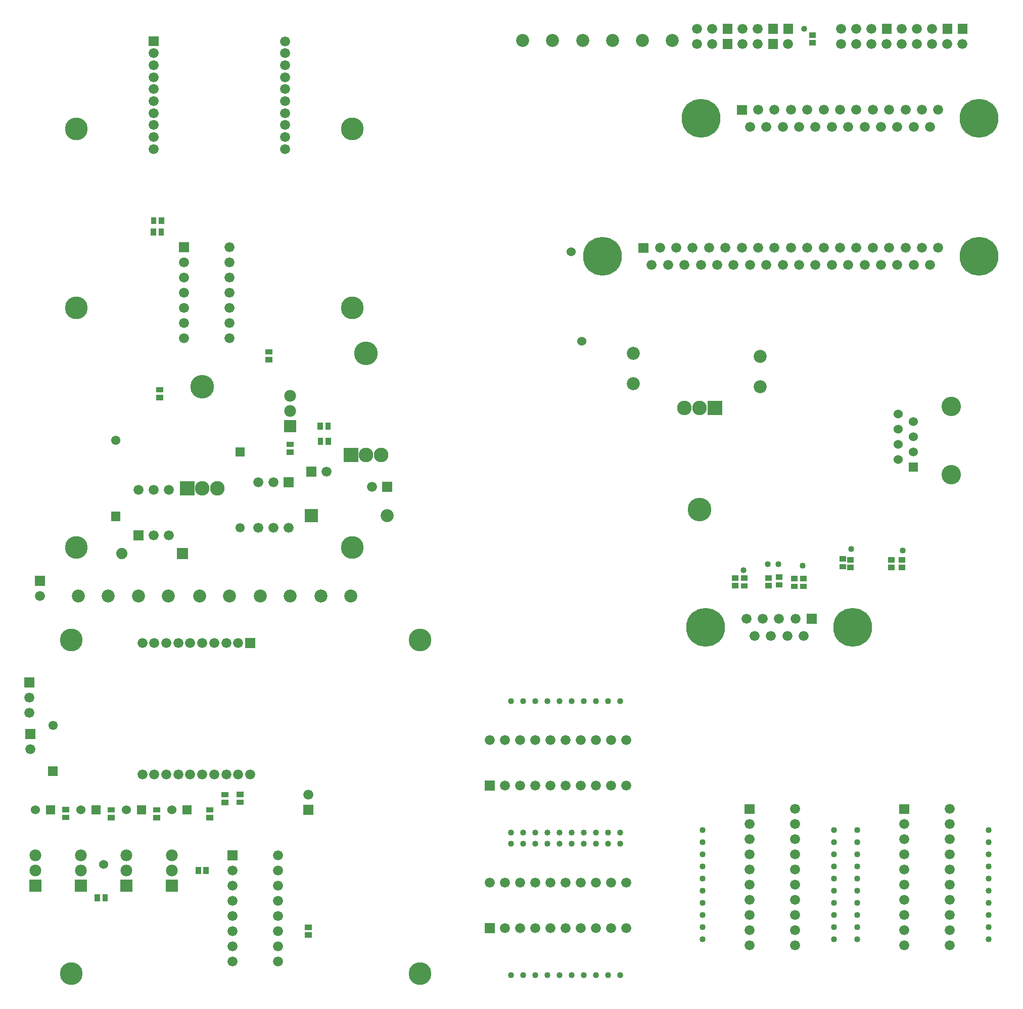
<source format=gbr>
G04 start of page 6 for group -4063 idx -4063 *
G04 Title: combined, componentmask *
G04 Creator: pcb 20110918 *
G04 CreationDate: Tue 12 Jun 2012 05:40:10 PM GMT UTC *
G04 For: ed *
G04 Format: Gerber/RS-274X *
G04 PCB-Dimensions: 650000 650000 *
G04 PCB-Coordinate-Origin: lower left *
%MOIN*%
%FSLAX25Y25*%
%LNTOPMASK*%
%ADD98R,0.0355X0.0355*%
%ADD97C,0.0400*%
%ADD96C,0.1500*%
%ADD95C,0.0780*%
%ADD94C,0.0740*%
%ADD93C,0.0610*%
%ADD92C,0.0960*%
%ADD91C,0.1560*%
%ADD90C,0.1280*%
%ADD89C,0.0600*%
%ADD88C,0.0860*%
%ADD87C,0.0001*%
%ADD86C,0.2560*%
%ADD85C,0.0660*%
G54D85*X544630Y578500D03*
X555430D03*
X566230D03*
X577030D03*
X587830D03*
X598630D03*
X609430D03*
G54D86*X636430Y572900D03*
G54D85*X539230Y567300D03*
X550030D03*
X560830D03*
X571630D03*
X582430D03*
X593230D03*
X604030D03*
G54D87*G36*
X572130Y635200D02*Y628600D01*
X578730D01*
Y635200D01*
X572130D01*
G37*
G54D85*X575430Y621900D03*
X585430Y631900D03*
Y621900D03*
X565430Y631900D03*
Y621900D03*
X555430Y631900D03*
Y621900D03*
G54D87*G36*
X612130Y635200D02*Y628600D01*
X618730D01*
Y635200D01*
X612130D01*
G37*
G54D85*X605430Y631900D03*
X595430D03*
Y621900D03*
X605430D03*
X615430D03*
X625430D03*
G54D87*G36*
X622130Y635200D02*Y628600D01*
X628730D01*
Y635200D01*
X622130D01*
G37*
G54D85*X545430Y631900D03*
Y621900D03*
G54D87*G36*
X497130Y635200D02*Y628600D01*
X503730D01*
Y635200D01*
X497130D01*
G37*
G36*
X507130D02*Y628600D01*
X513730D01*
Y635200D01*
X507130D01*
G37*
G54D85*X510430Y621900D03*
G54D87*G36*
X497130Y625200D02*Y618600D01*
X503730D01*
Y625200D01*
X497130D01*
G37*
G54D85*X490430Y631900D03*
X480430D03*
X490430Y621900D03*
X480430D03*
G54D87*G36*
X467130Y625200D02*Y618600D01*
X473730D01*
Y625200D01*
X467130D01*
G37*
G36*
Y635200D02*Y628600D01*
X473730D01*
Y635200D01*
X467130D01*
G37*
G54D85*X460430Y621900D03*
X450430D03*
X460430Y631900D03*
X450430D03*
G54D88*X394485Y624400D03*
X374800D03*
X355115D03*
X335430D03*
X433856D03*
X414171D03*
G54D85*X512230Y578500D03*
X523030D03*
X533830D03*
G54D87*G36*
X476530Y581800D02*Y575200D01*
X483130D01*
Y581800D01*
X476530D01*
G37*
G54D85*X490630Y578500D03*
X501430D03*
X485230Y567300D03*
X496030D03*
X506830D03*
X517630D03*
X528430D03*
G54D86*X452830Y572900D03*
G54D85*X479830Y487500D03*
X490630D03*
X501430D03*
X512230D03*
X523030D03*
X533830D03*
X544630D03*
X555430D03*
X566230D03*
X577030D03*
G54D87*G36*
X411730Y490800D02*Y484200D01*
X418330D01*
Y490800D01*
X411730D01*
G37*
G54D85*X425830Y487500D03*
X436630D03*
X447430D03*
X458230D03*
X469030D03*
X420430Y476300D03*
X431230D03*
X442030D03*
X452830D03*
X463630D03*
X474430D03*
G54D86*X388030Y481900D03*
G54D85*X485230Y476300D03*
X496030D03*
X506830D03*
X517630D03*
X528430D03*
X539230D03*
X550030D03*
X560830D03*
X571630D03*
X582430D03*
X593230D03*
X604030D03*
G54D86*X636430Y481900D03*
G54D85*X587830Y487500D03*
X598630D03*
X609430D03*
G54D89*X583000Y378000D03*
X593000Y373000D03*
X583000Y358000D03*
X593000Y353000D03*
Y363000D03*
X583000Y368000D03*
G54D87*G36*
X590000Y346000D02*Y340000D01*
X596000D01*
Y346000D01*
X590000D01*
G37*
G54D89*X583000Y348000D03*
G54D90*X618000Y338000D03*
Y383000D03*
G54D87*G36*
X522730Y246300D02*Y239700D01*
X529330D01*
Y246300D01*
X522730D01*
G37*
G54D85*X515230Y243000D03*
X520630Y231800D03*
X509830D03*
X504430Y243000D03*
X493630D03*
X482830D03*
X499030Y231800D03*
X488230D03*
G54D86*X455830Y237400D03*
G54D91*X452000Y315000D03*
G54D86*X553030Y237400D03*
G54D87*G36*
X457200Y386800D02*Y377200D01*
X466800D01*
Y386800D01*
X457200D01*
G37*
G54D92*X452000Y382000D03*
X442000D03*
G54D88*X408430Y417900D03*
Y397900D03*
X492000Y416000D03*
Y396000D03*
G54D87*G36*
X583700Y120790D02*Y114190D01*
X590300D01*
Y120790D01*
X583700D01*
G37*
G54D85*X587000Y107490D03*
Y97490D03*
Y87490D03*
Y77490D03*
Y67490D03*
Y57490D03*
Y47490D03*
Y37490D03*
Y27490D03*
X617000D03*
Y37490D03*
Y47490D03*
Y57490D03*
Y67490D03*
Y77490D03*
Y87490D03*
Y97490D03*
Y107490D03*
Y117490D03*
G54D87*G36*
X481700Y120790D02*Y114190D01*
X488300D01*
Y120790D01*
X481700D01*
G37*
G54D85*X485000Y107490D03*
Y97490D03*
Y87490D03*
Y77490D03*
Y67490D03*
Y57490D03*
Y47490D03*
Y37490D03*
Y27490D03*
X515000D03*
Y37490D03*
Y47490D03*
Y57490D03*
Y67490D03*
Y77490D03*
Y87490D03*
Y97490D03*
Y107490D03*
Y117490D03*
G54D87*G36*
X310210Y136300D02*Y129700D01*
X316810D01*
Y136300D01*
X310210D01*
G37*
G54D85*X323510Y133000D03*
X333510D03*
X343510D03*
X353510D03*
X363510D03*
X373510D03*
X383510D03*
X393510D03*
X403510D03*
Y163000D03*
X393510D03*
X383510D03*
X373510D03*
X363510D03*
X353510D03*
X343510D03*
X333510D03*
X323510D03*
X313510D03*
G54D87*G36*
X310210Y42300D02*Y35700D01*
X316810D01*
Y42300D01*
X310210D01*
G37*
G54D85*X323510Y39000D03*
X333510D03*
X343510D03*
X353510D03*
X363510D03*
X373510D03*
X383510D03*
X393510D03*
X403510D03*
Y69000D03*
X393510D03*
X383510D03*
X373510D03*
X363510D03*
X353510D03*
X343510D03*
X333510D03*
X323510D03*
X313510D03*
X171000Y333000D03*
X161000D03*
Y303000D03*
X171000D03*
G54D87*G36*
X145950Y356050D02*Y349950D01*
X152050D01*
Y356050D01*
X145950D01*
G37*
G54D93*X149000Y303000D03*
G54D87*G36*
X109200Y333800D02*Y324200D01*
X118800D01*
Y333800D01*
X109200D01*
G37*
G36*
X107300Y289700D02*Y282300D01*
X114700D01*
Y289700D01*
X107300D01*
G37*
G54D92*X124000Y329000D03*
X134000D03*
G54D88*X82000Y258000D03*
G54D87*G36*
X13700Y271300D02*Y264700D01*
X20300D01*
Y271300D01*
X13700D01*
G37*
G54D85*X17000Y258000D03*
G54D88*X42315D03*
X62000D03*
G54D87*G36*
X78700Y301300D02*Y294700D01*
X85300D01*
Y301300D01*
X78700D01*
G37*
G54D85*X82000Y328000D03*
G54D87*G36*
X63950Y313550D02*Y307450D01*
X70050D01*
Y313550D01*
X63950D01*
G37*
G54D93*X67000Y360500D03*
G54D85*X92000Y298000D03*
Y328000D03*
X102000Y298000D03*
Y328000D03*
G54D94*X71000Y286000D03*
G54D88*X202315Y258000D03*
X182000D03*
X101685D03*
X122315D03*
X142000D03*
X162315D03*
G54D87*G36*
X152300Y230300D02*Y223700D01*
X158900D01*
Y230300D01*
X152300D01*
G37*
G54D85*X147700Y227000D03*
X139800D03*
X131900D03*
X124000D03*
X116100D03*
X108200D03*
X100300D03*
X92400D03*
X84500D03*
G54D87*G36*
X191700Y315300D02*Y306700D01*
X200300D01*
Y315300D01*
X191700D01*
G37*
G36*
X192700Y343300D02*Y336700D01*
X199300D01*
Y343300D01*
X192700D01*
G37*
G54D85*X206000Y340000D03*
G54D88*X222000Y258000D03*
X246000Y311000D03*
G54D87*G36*
X242700Y333300D02*Y326700D01*
X249300D01*
Y333300D01*
X242700D01*
G37*
G54D85*X236000Y330000D03*
G54D87*G36*
X217200Y355800D02*Y346200D01*
X226800D01*
Y355800D01*
X217200D01*
G37*
G54D92*X232000Y351000D03*
X242000D03*
G54D87*G36*
X177700Y336300D02*Y329700D01*
X184300D01*
Y336300D01*
X177700D01*
G37*
G54D85*X181000Y303000D03*
G54D87*G36*
X178100Y373900D02*Y366100D01*
X185900D01*
Y373900D01*
X178100D01*
G37*
G54D95*X182000Y380000D03*
Y390000D03*
G54D91*X232000Y418000D03*
G54D87*G36*
X108700Y491300D02*Y484700D01*
X115300D01*
Y491300D01*
X108700D01*
G37*
G54D85*X112000Y478000D03*
Y468000D03*
Y458000D03*
Y448000D03*
X142000D03*
Y458000D03*
Y468000D03*
Y478000D03*
Y488000D03*
X112000Y438000D03*
X142000D03*
X112000Y428000D03*
X142000D03*
G54D91*X124000Y396000D03*
G54D87*G36*
X88700Y627100D02*Y620500D01*
X95300D01*
Y627100D01*
X88700D01*
G37*
G54D85*X92000Y615900D03*
Y608000D03*
Y600100D03*
Y592200D03*
Y584300D03*
Y576400D03*
Y568500D03*
Y560600D03*
Y552700D03*
X178600Y623800D03*
Y615900D03*
Y608000D03*
Y600100D03*
Y592200D03*
Y584300D03*
Y576400D03*
Y568500D03*
Y560600D03*
Y552700D03*
X155600Y140400D03*
X147700D03*
X139800D03*
X131900D03*
X124000D03*
X116100D03*
X108200D03*
X100300D03*
G54D87*G36*
X190700Y120300D02*Y113700D01*
X197300D01*
Y120300D01*
X190700D01*
G37*
G54D85*X194000Y127000D03*
G54D87*G36*
X111000Y120000D02*Y114000D01*
X117000D01*
Y120000D01*
X111000D01*
G37*
G54D89*X104000Y117000D03*
G54D85*X92400Y140400D03*
G54D87*G36*
X100100Y70900D02*Y63100D01*
X107900D01*
Y70900D01*
X100100D01*
G37*
G54D95*X104000Y77000D03*
Y87000D03*
G54D85*X84500Y140400D03*
G54D87*G36*
X81000Y120000D02*Y114000D01*
X87000D01*
Y120000D01*
X81000D01*
G37*
G54D89*X74000Y117000D03*
G54D87*G36*
X51000Y120000D02*Y114000D01*
X57000D01*
Y120000D01*
X51000D01*
G37*
G54D89*X44000Y117000D03*
G54D87*G36*
X40100Y70900D02*Y63100D01*
X47900D01*
Y70900D01*
X40100D01*
G37*
G54D95*X44000Y77000D03*
Y87000D03*
G54D87*G36*
X70100Y70900D02*Y63100D01*
X77900D01*
Y70900D01*
X70100D01*
G37*
G54D95*X74000Y77000D03*
Y87000D03*
G54D87*G36*
X140700Y90300D02*Y83700D01*
X147300D01*
Y90300D01*
X140700D01*
G37*
G54D85*X144000Y77000D03*
Y67000D03*
Y57000D03*
Y47000D03*
Y37000D03*
Y27000D03*
Y17000D03*
X174000D03*
Y27000D03*
Y37000D03*
Y47000D03*
Y57000D03*
Y67000D03*
Y77000D03*
Y87000D03*
G54D87*G36*
X22450Y145550D02*Y139450D01*
X28550D01*
Y145550D01*
X22450D01*
G37*
G54D93*X25500Y172500D03*
G54D87*G36*
X21000Y120000D02*Y114000D01*
X27000D01*
Y120000D01*
X21000D01*
G37*
G36*
X10100Y70900D02*Y63100D01*
X17900D01*
Y70900D01*
X10100D01*
G37*
G54D95*X14000Y77000D03*
Y87000D03*
G54D87*G36*
X7200Y170300D02*Y163700D01*
X13800D01*
Y170300D01*
X7200D01*
G37*
G36*
X6700Y204300D02*Y197700D01*
X13300D01*
Y204300D01*
X6700D01*
G37*
G54D85*X10000Y191000D03*
Y181000D03*
X10500Y157000D03*
G54D89*X14000Y117000D03*
G54D96*X223000Y448000D03*
X41000D03*
Y566000D03*
X223000D03*
X41000Y290000D03*
X223000D03*
G54D89*X59000Y81000D03*
G54D96*X37500Y9000D03*
Y229000D03*
G54D89*X374430Y425900D03*
X367430Y484900D03*
G54D97*X586000Y288000D03*
X552000Y289000D03*
X521000Y632000D03*
X497000Y279000D03*
X504000D03*
X481000Y275000D03*
X520000Y278000D03*
X540500Y55500D03*
Y39500D03*
Y31500D03*
Y47500D03*
Y95500D03*
Y79500D03*
Y71500D03*
Y63500D03*
Y87500D03*
X454000Y71500D03*
Y63500D03*
Y55500D03*
Y47500D03*
Y39500D03*
Y31500D03*
G54D96*X267500Y9000D03*
G54D97*X327500Y8000D03*
X335500D03*
X351500D03*
X343500D03*
X359500D03*
X391500D03*
X399500D03*
X367500D03*
X375500D03*
X383500D03*
X367500Y102000D03*
X375500D03*
X367500Y94500D03*
X375500D03*
X351500Y102000D03*
X359500D03*
X351500Y94500D03*
X359500D03*
X343500Y102000D03*
Y94500D03*
X383500Y102000D03*
Y94500D03*
X391500Y102000D03*
Y94500D03*
X399500Y102000D03*
Y94500D03*
X327500Y102000D03*
X335500D03*
X327500Y94500D03*
X335500D03*
X351500Y188500D03*
X343500D03*
X375500D03*
X391500D03*
X399500D03*
X383500D03*
X367500D03*
X327500D03*
G54D96*X267500Y229000D03*
G54D97*X335500Y188500D03*
X359500D03*
X642500Y103500D03*
Y95500D03*
Y87500D03*
Y39500D03*
Y79500D03*
Y71500D03*
Y63500D03*
Y55500D03*
Y31500D03*
Y47500D03*
X454000Y103500D03*
Y95500D03*
Y79500D03*
Y87500D03*
X556000Y103500D03*
Y95500D03*
X540500Y103500D03*
X556000Y55500D03*
Y47500D03*
Y39500D03*
Y31500D03*
Y79500D03*
Y87500D03*
Y71500D03*
Y63500D03*
G54D98*X167508Y419000D02*X168492D01*
X138508Y127000D02*X139492D01*
X138508Y121882D02*X139492D01*
X148508Y127118D02*X149492D01*
X148508Y122000D02*X149492D01*
X33508Y117118D02*X34492D01*
X33508Y112000D02*X34492D01*
X93508Y117000D02*X94492D01*
X63508D02*X64492D01*
X93508Y111882D02*X94492D01*
X126559Y77492D02*Y76508D01*
X121441Y77492D02*Y76508D01*
X128508Y117000D02*X129492D01*
X128508Y111882D02*X129492D01*
X63508D02*X64492D01*
X60000Y59492D02*Y58508D01*
X193508Y39559D02*X194492D01*
X193508Y34441D02*X194492D01*
X54882Y59492D02*Y58508D01*
X91882Y498492D02*Y497508D01*
X97000Y498492D02*Y497508D01*
X91941Y505992D02*Y505008D01*
X97059Y505992D02*Y505008D01*
X181508Y358000D02*X182492D01*
X181508Y352882D02*X182492D01*
X95508Y394000D02*X96492D01*
X95508Y388882D02*X96492D01*
X167508Y413882D02*X168492D01*
X207000Y370492D02*Y369508D01*
X207118Y360492D02*Y359508D01*
X201882Y370492D02*Y369508D01*
X202000Y360492D02*Y359508D01*
X519938Y269459D02*X520922D01*
X519938Y264341D02*X520922D01*
X503938Y270459D02*X504922D01*
X503938Y265341D02*X504922D01*
X513938Y264341D02*X514922D01*
X513938Y269459D02*X514922D01*
X496938Y264782D02*X497922D01*
X496938Y269900D02*X497922D01*
X474938Y264782D02*X475922D01*
X474938Y269900D02*X475922D01*
X480938Y269782D02*X481922D01*
X480938Y264664D02*X481922D01*
X584938Y281900D02*X585922D01*
X545938Y282459D02*X546922D01*
X550938Y281900D02*X551922D01*
X584938Y276782D02*X585922D01*
X545938Y277341D02*X546922D01*
X550938Y276782D02*X551922D01*
X577938D02*X578922D01*
X577938Y281900D02*X578922D01*
X525938Y627900D02*X526922D01*
X525938Y622782D02*X526922D01*
M02*

</source>
